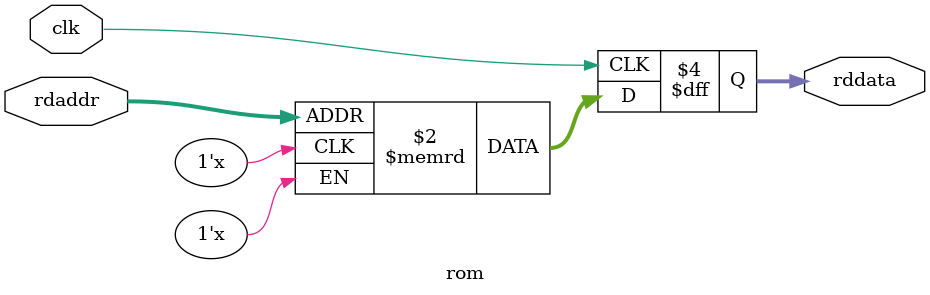
<source format=v>
module rom (
	clk,
	rdaddr,
	rddata
);
	parameter integer D_W = 32;
	parameter integer DEPTH = 768;
	parameter INIT = "NONE";
	input wire clk;
	input wire [$clog2(DEPTH) - 1:0] rdaddr;
	output reg signed [D_W - 1:0] rddata;
	(* rom_style = "distributed" *) reg [D_W - 1:0] mem [DEPTH - 1:0];
	initial if (INIT != "NONE")
		$readmemh(INIT, mem);
	always @(posedge clk) rddata <= mem[rdaddr];
endmodule

</source>
